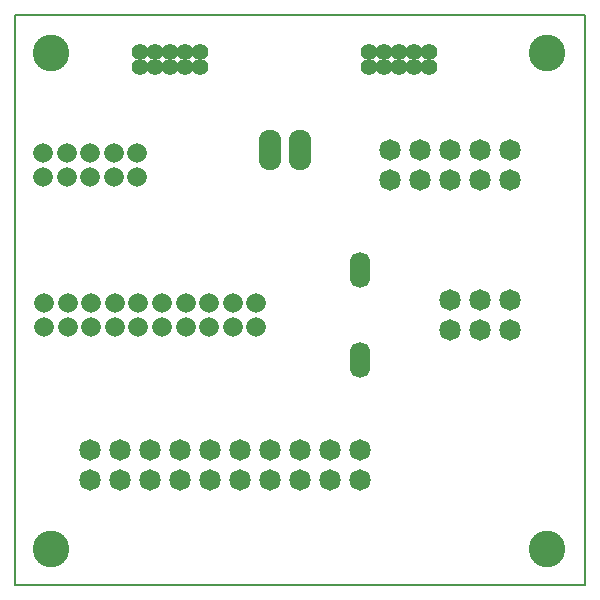
<source format=gbs>
G04 #@! TF.FileFunction,Soldermask,Bot*
%FSLAX46Y46*%
G04 Gerber Fmt 4.6, Leading zero omitted, Abs format (unit mm)*
G04 Created by KiCad (PCBNEW 4.0.2-stable) date 30/04/2017 18:34:37*
%MOMM*%
G01*
G04 APERTURE LIST*
%ADD10C,0.100000*%
%ADD11C,0.150000*%
%ADD12C,1.822400*%
%ADD13O,1.720800X3.041600*%
%ADD14O,1.924000X3.448000*%
%ADD15C,3.100000*%
%ADD16C,1.670000*%
%ADD17C,1.416000*%
G04 APERTURE END LIST*
D10*
D11*
X50800000Y-160020000D02*
X99060000Y-160020000D01*
X99060000Y-160020000D02*
X99060000Y-111760000D01*
X99060000Y-111760000D02*
X50800000Y-111760000D01*
X50800000Y-111760000D02*
X50800000Y-160020000D01*
D12*
X82550000Y-125730000D03*
X82550000Y-123190000D03*
X85090000Y-125730000D03*
X85090000Y-123190000D03*
X87630000Y-125730000D03*
X87630000Y-123190000D03*
X90170000Y-125730000D03*
X90170000Y-123190000D03*
X92710000Y-125730000D03*
X92710000Y-123190000D03*
X87630000Y-138430000D03*
X87630000Y-135890000D03*
X90170000Y-138430000D03*
X90170000Y-135890000D03*
X92710000Y-138430000D03*
X92710000Y-135890000D03*
X57150000Y-151130000D03*
X57150000Y-148590000D03*
X59690000Y-151130000D03*
X59690000Y-148590000D03*
X62230000Y-151130000D03*
X62230000Y-148590000D03*
X64770000Y-151130000D03*
X64770000Y-148590000D03*
X67310000Y-151130000D03*
X67310000Y-148590000D03*
X69850000Y-151130000D03*
X69850000Y-148590000D03*
X72390000Y-151130000D03*
X72390000Y-148590000D03*
X74930000Y-151130000D03*
X74930000Y-148590000D03*
X77470000Y-151130000D03*
X77470000Y-148590000D03*
X80010000Y-151130000D03*
X80010000Y-148590000D03*
D13*
X80010000Y-140970000D03*
X80010000Y-133350000D03*
D14*
X72390000Y-123190000D03*
X74930000Y-123190000D03*
D15*
X53800000Y-115020000D03*
X95800000Y-115020000D03*
X53800000Y-157020000D03*
X95800000Y-157020000D03*
D16*
X53150000Y-125460000D03*
X53150000Y-123460000D03*
X55150000Y-125460000D03*
X55150000Y-123460000D03*
X57150000Y-125460000D03*
X57150000Y-123460000D03*
X59150000Y-125460000D03*
X59150000Y-123460000D03*
X61150000Y-125460000D03*
X61150000Y-123460000D03*
X53230000Y-138160000D03*
X53230000Y-136160000D03*
X55230000Y-138160000D03*
X55230000Y-136160000D03*
X57230000Y-138160000D03*
X57230000Y-136160000D03*
X59230000Y-138160000D03*
X59230000Y-136160000D03*
X61230000Y-138160000D03*
X61230000Y-136160000D03*
X63230000Y-138160000D03*
X63230000Y-136160000D03*
X65230000Y-138160000D03*
X65230000Y-136160000D03*
X67230000Y-138160000D03*
X67230000Y-136160000D03*
X69230000Y-138160000D03*
X69230000Y-136160000D03*
X71230000Y-138160000D03*
X71230000Y-136160000D03*
D17*
X61341000Y-116205000D03*
X61341000Y-114935000D03*
X62611000Y-116205000D03*
X62611000Y-114935000D03*
X63881000Y-116205000D03*
X63881000Y-114935000D03*
X65151000Y-116205000D03*
X65151000Y-114935000D03*
X66421000Y-116205000D03*
X66421000Y-114935000D03*
X80772000Y-116205000D03*
X80772000Y-114935000D03*
X82042000Y-116205000D03*
X82042000Y-114935000D03*
X83312000Y-116205000D03*
X83312000Y-114935000D03*
X84582000Y-116205000D03*
X84582000Y-114935000D03*
X85852000Y-116205000D03*
X85852000Y-114935000D03*
M02*

</source>
